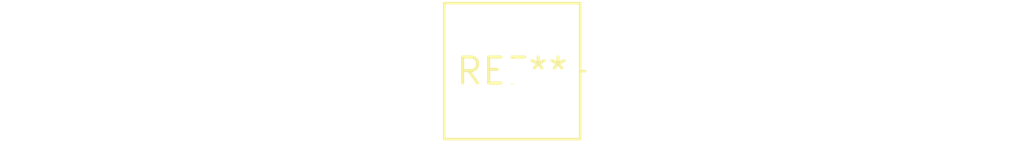
<source format=kicad_pcb>
(kicad_pcb (version 20240108) (generator pcbnew)
  (layers (0 "F.Cu" signal) (31 "B.Cu" signal) (34 "B.Paste" user) (35 "F.Paste" user) (36 "B.SilkS" user "B.Silkscreen") (37 "F.SilkS" user "F.Silkscreen") (38 "B.Mask" user) (39 "F.Mask" user) (44 "Edge.Cuts" user))
  (net 0 "")
  (footprint "R_Axial_Power_L20.0mm_W6.4mm_P5.08mm_Vertical" (layer "F.Cu") (at 0 0)
    (property "Reference" "REF**")
    (property "Value" "R_Axial_Power_L20.0mm_W6.4mm_P5.08mm_Vertical")
    (fp_line (start -3.32 -3.32) (end -3.32 3.32) (layer "F.SilkS") (stroke (width 0.12)))
    (fp_line (start -3.32 3.32) (end 3.32 3.32) (layer "F.SilkS") (stroke (width 0.12)))
    (fp_line (start 3.32 -3.32) (end -3.32 -3.32) (layer "F.SilkS") (stroke (width 0.12)))
    (fp_line (start 3.32 0) (end 3.58 0) (layer "F.SilkS") (stroke (width 0.12)))
    (fp_line (start 3.32 3.32) (end 3.32 -3.32) (layer "F.SilkS") (stroke (width 0.12)))
    (pad "1" thru_hole circle (at 0 0) (size 2.4 2.4) (drill 1.2) (layers *.Cu *.Mask) (remove_unused_layers))
    (pad "2" thru_hole oval (at 5.08 0) (size 2.4 2.4) (drill 1.2) (layers *.Cu *.Mask) (remove_unused_layers))
  )
)
</source>
